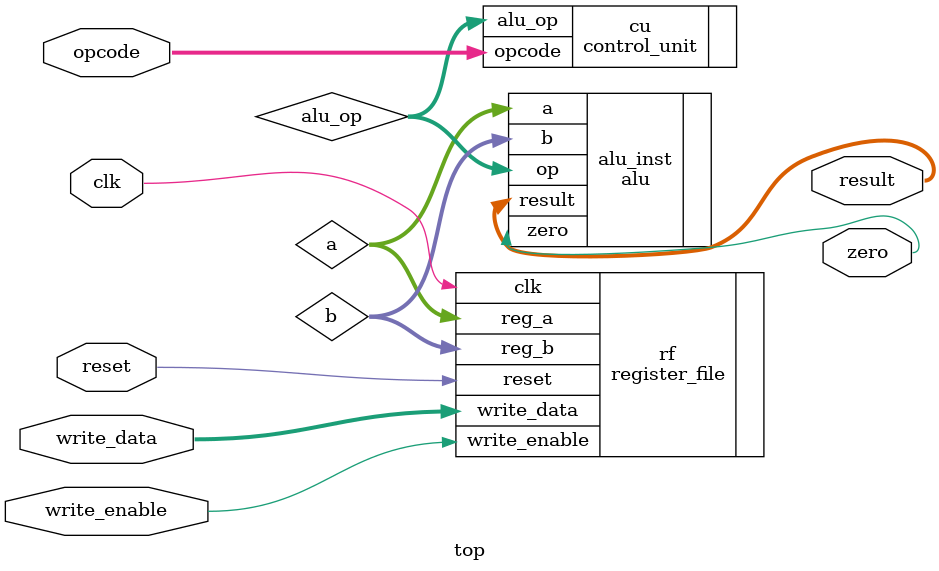
<source format=v>
/*
Description: Top module for a simple mini CPU
This module integrates the ALU, register file, and control unit to form a simple mini CPU.
It handles the clock, reset, and write operations, and outputs the result of ALU operations.
It also includes a zero flag to indicate if the result is zero.
*/


module top (
    input wire clk,
    input wire reset,
    input wire write_enable,
    input wire [3:0] write_data,
    input wire [2:0] opcode,
    output wire [3:0] result,
    output wire zero
);
    wire [3:0] a, b;
    wire [2:0] alu_op;

    register_file rf (
        .clk(clk),
        .reset(reset),
        .write_enable(write_enable),
        .write_data(write_data),
        .reg_a(a),
        .reg_b(b)
    );

    control_unit cu (
        .opcode(opcode),
        .alu_op(alu_op)
    );

    alu alu_inst (
        .a(a),
        .b(b),
        .op(alu_op),
        .result(result),
        .zero(zero)
    );
endmodule

</source>
